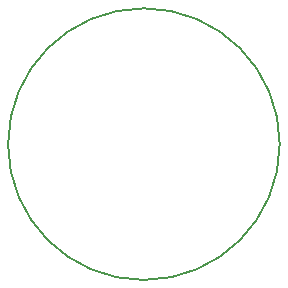
<source format=gm1>
G04 #@! TF.GenerationSoftware,KiCad,Pcbnew,(5.0.2)-1*
G04 #@! TF.CreationDate,2019-04-02T21:27:11-07:00*
G04 #@! TF.ProjectId,5670-6922-adapter,35363730-2d36-4393-9232-2d6164617074,rev?*
G04 #@! TF.SameCoordinates,Original*
G04 #@! TF.FileFunction,Profile,NP*
%FSLAX46Y46*%
G04 Gerber Fmt 4.6, Leading zero omitted, Abs format (unit mm)*
G04 Created by KiCad (PCBNEW (5.0.2)-1) date 4/2/2019 9:27:11 PM*
%MOMM*%
%LPD*%
G01*
G04 APERTURE LIST*
%ADD10C,0.200000*%
G04 APERTURE END LIST*
D10*
X106750000Y-79375000D02*
G75*
G03X106750000Y-79375000I-11500000J0D01*
G01*
M02*

</source>
